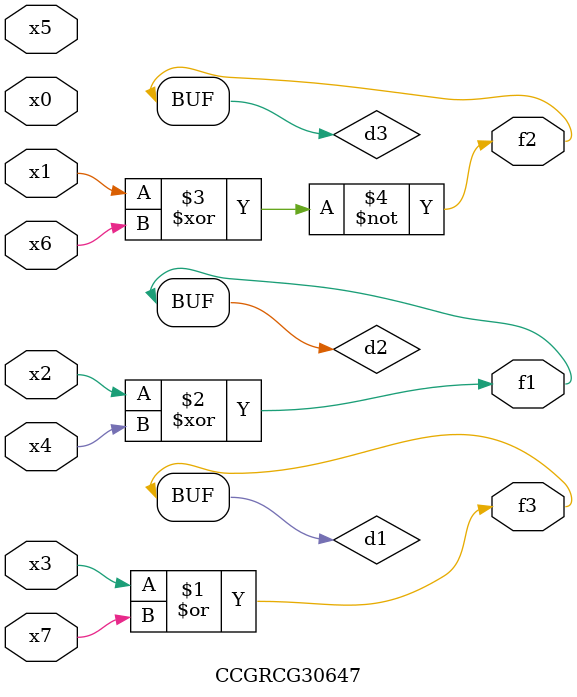
<source format=v>
module CCGRCG30647(
	input x0, x1, x2, x3, x4, x5, x6, x7,
	output f1, f2, f3
);

	wire d1, d2, d3;

	or (d1, x3, x7);
	xor (d2, x2, x4);
	xnor (d3, x1, x6);
	assign f1 = d2;
	assign f2 = d3;
	assign f3 = d1;
endmodule

</source>
